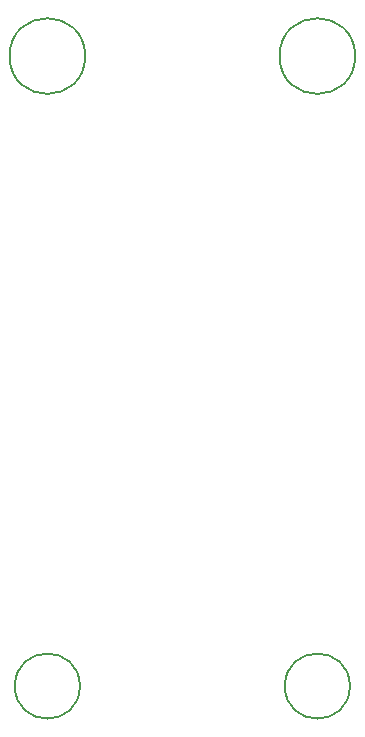
<source format=gbr>
%TF.GenerationSoftware,KiCad,Pcbnew,(6.0.9-0)*%
%TF.CreationDate,2024-06-20T10:35:51+02:00*%
%TF.ProjectId,filter-board,66696c74-6572-42d6-926f-6172642e6b69,rev?*%
%TF.SameCoordinates,Original*%
%TF.FileFunction,Other,Comment*%
%FSLAX46Y46*%
G04 Gerber Fmt 4.6, Leading zero omitted, Abs format (unit mm)*
G04 Created by KiCad (PCBNEW (6.0.9-0)) date 2024-06-20 10:35:51*
%MOMM*%
%LPD*%
G01*
G04 APERTURE LIST*
%ADD10C,0.150000*%
G04 APERTURE END LIST*
D10*
%TO.C,H2*%
X56540000Y-40640000D02*
G75*
G03*
X56540000Y-40640000I-3200000J0D01*
G01*
%TO.C,H3*%
X78950000Y-93980000D02*
G75*
G03*
X78950000Y-93980000I-2750000J0D01*
G01*
%TO.C,H4*%
X79400000Y-40640000D02*
G75*
G03*
X79400000Y-40640000I-3200000J0D01*
G01*
%TO.C,H1*%
X56090000Y-93980000D02*
G75*
G03*
X56090000Y-93980000I-2750000J0D01*
G01*
%TD*%
M02*

</source>
